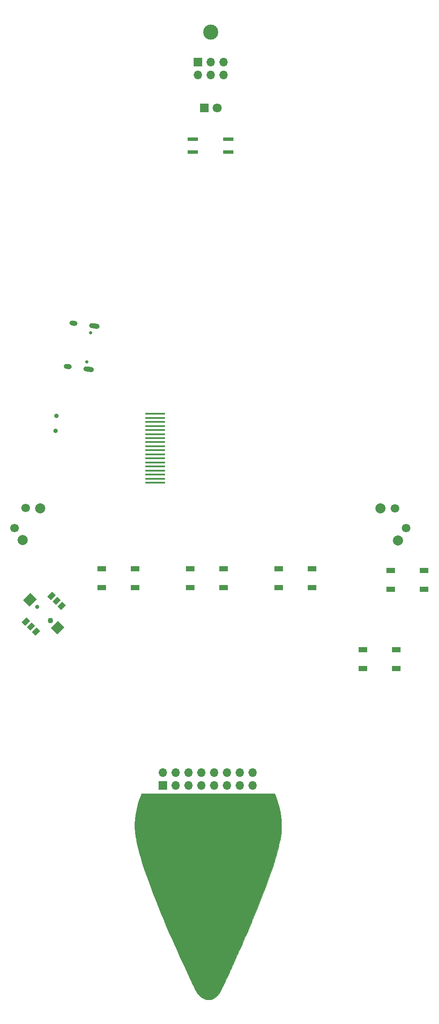
<source format=gbr>
%TF.GenerationSoftware,KiCad,Pcbnew,(5.1.10-1-10_14)*%
%TF.CreationDate,2021-08-27T15:48:04+02:00*%
%TF.ProjectId,OOO2021_Badge,4f4f4f32-3032-4315-9f42-616467652e6b,rev?*%
%TF.SameCoordinates,Original*%
%TF.FileFunction,Soldermask,Top*%
%TF.FilePolarity,Negative*%
%FSLAX46Y46*%
G04 Gerber Fmt 4.6, Leading zero omitted, Abs format (unit mm)*
G04 Created by KiCad (PCBNEW (5.1.10-1-10_14)) date 2021-08-27 15:48:04*
%MOMM*%
%LPD*%
G01*
G04 APERTURE LIST*
%ADD10C,0.010000*%
%ADD11R,2.000000X0.800000*%
%ADD12C,0.100000*%
%ADD13C,1.100000*%
%ADD14C,0.800000*%
%ADD15O,1.700000X1.700000*%
%ADD16R,1.700000X1.700000*%
%ADD17C,1.800000*%
%ADD18R,1.800000X1.800000*%
%ADD19C,3.000000*%
%ADD20R,4.000000X0.400000*%
%ADD21C,0.650000*%
%ADD22C,0.900000*%
%ADD23R,1.700000X1.000000*%
%ADD24C,2.000000*%
%ADD25C,1.700000*%
G04 APERTURE END LIST*
D10*
%TO.C,W1*%
G36*
X106285206Y-202849042D02*
G01*
X106583188Y-203627556D01*
X106839432Y-204412580D01*
X107054131Y-205204779D01*
X107227474Y-206004821D01*
X107289978Y-206355210D01*
X107398742Y-207095214D01*
X107474263Y-207812454D01*
X107516515Y-208506264D01*
X107525473Y-209175978D01*
X107501110Y-209820930D01*
X107448542Y-210397787D01*
X107375560Y-210935334D01*
X107279723Y-211508434D01*
X107161053Y-212117022D01*
X107019574Y-212761029D01*
X106855306Y-213440391D01*
X106668273Y-214155040D01*
X106458496Y-214904910D01*
X106225997Y-215689934D01*
X105970799Y-216510046D01*
X105692924Y-217365179D01*
X105392393Y-218255267D01*
X105069229Y-219180244D01*
X104723455Y-220140042D01*
X104355091Y-221134596D01*
X103964161Y-222163839D01*
X103550687Y-223227704D01*
X103114690Y-224326124D01*
X102656193Y-225459035D01*
X102175218Y-226626368D01*
X101671787Y-227828057D01*
X101549666Y-228116750D01*
X101206835Y-228920722D01*
X100845974Y-229757407D01*
X100469140Y-230622253D01*
X100078391Y-231510710D01*
X99675785Y-232418225D01*
X99263381Y-233340249D01*
X98843236Y-234272230D01*
X98417407Y-235209616D01*
X97987954Y-236147858D01*
X97556933Y-237082404D01*
X97126403Y-238008702D01*
X96698422Y-238922202D01*
X96275047Y-239818352D01*
X95945773Y-240509833D01*
X95872645Y-240664387D01*
X95801615Y-240817355D01*
X95735938Y-240961518D01*
X95678866Y-241089653D01*
X95633653Y-241194541D01*
X95603552Y-241268960D01*
X95602471Y-241271833D01*
X95560140Y-241377258D01*
X95505734Y-241501834D01*
X95447327Y-241627482D01*
X95408711Y-241705750D01*
X95225355Y-242029044D01*
X95022689Y-242317388D01*
X94801757Y-242570028D01*
X94563602Y-242786209D01*
X94309266Y-242965177D01*
X94039793Y-243106178D01*
X93756225Y-243208458D01*
X93459606Y-243271262D01*
X93214250Y-243292555D01*
X93109751Y-243295177D01*
X93016467Y-243295902D01*
X92944994Y-243294748D01*
X92907334Y-243291996D01*
X92859711Y-243284034D01*
X92786435Y-243272014D01*
X92706250Y-243259003D01*
X92425055Y-243193095D01*
X92144944Y-243087871D01*
X91869518Y-242946272D01*
X91602379Y-242771241D01*
X91347127Y-242565718D01*
X91107365Y-242332647D01*
X90886693Y-242074969D01*
X90688713Y-241795625D01*
X90517025Y-241497558D01*
X90493929Y-241451750D01*
X90466906Y-241396170D01*
X90423039Y-241304647D01*
X90363455Y-241179568D01*
X90289280Y-241023319D01*
X90201641Y-240838287D01*
X90101667Y-240626858D01*
X89990484Y-240391418D01*
X89869219Y-240134354D01*
X89739000Y-239858053D01*
X89600955Y-239564900D01*
X89456209Y-239257282D01*
X89305891Y-238937586D01*
X89219149Y-238753000D01*
X88587364Y-237401450D01*
X87972919Y-236073186D01*
X87375990Y-234768672D01*
X86796757Y-233488374D01*
X86235397Y-232232757D01*
X85692087Y-231002287D01*
X85167006Y-229797430D01*
X84660330Y-228618651D01*
X84172239Y-227466416D01*
X83702909Y-226341190D01*
X83252518Y-225243439D01*
X82821245Y-224173628D01*
X82409267Y-223132224D01*
X82016761Y-222119690D01*
X81643905Y-221136494D01*
X81290878Y-220183100D01*
X80957857Y-219259975D01*
X80645019Y-218367583D01*
X80352543Y-217506391D01*
X80080606Y-216676863D01*
X79829385Y-215879465D01*
X79599060Y-215114664D01*
X79389807Y-214382924D01*
X79201804Y-213684711D01*
X79035229Y-213020490D01*
X78890260Y-212390728D01*
X78767075Y-211795890D01*
X78665851Y-211236440D01*
X78631810Y-211024361D01*
X78589588Y-210740471D01*
X78555717Y-210486935D01*
X78529235Y-210252810D01*
X78509177Y-210027154D01*
X78494581Y-209799025D01*
X78484484Y-209557481D01*
X78477921Y-209291579D01*
X78477580Y-209272421D01*
X78484556Y-208461933D01*
X78533389Y-207651053D01*
X78623676Y-206841880D01*
X78755015Y-206036516D01*
X78927003Y-205237062D01*
X79139238Y-204445619D01*
X79391317Y-203664286D01*
X79682836Y-202895165D01*
X79714852Y-202817292D01*
X79813470Y-202579167D01*
X106174221Y-202579167D01*
X106285206Y-202849042D01*
G37*
X106285206Y-202849042D02*
X106583188Y-203627556D01*
X106839432Y-204412580D01*
X107054131Y-205204779D01*
X107227474Y-206004821D01*
X107289978Y-206355210D01*
X107398742Y-207095214D01*
X107474263Y-207812454D01*
X107516515Y-208506264D01*
X107525473Y-209175978D01*
X107501110Y-209820930D01*
X107448542Y-210397787D01*
X107375560Y-210935334D01*
X107279723Y-211508434D01*
X107161053Y-212117022D01*
X107019574Y-212761029D01*
X106855306Y-213440391D01*
X106668273Y-214155040D01*
X106458496Y-214904910D01*
X106225997Y-215689934D01*
X105970799Y-216510046D01*
X105692924Y-217365179D01*
X105392393Y-218255267D01*
X105069229Y-219180244D01*
X104723455Y-220140042D01*
X104355091Y-221134596D01*
X103964161Y-222163839D01*
X103550687Y-223227704D01*
X103114690Y-224326124D01*
X102656193Y-225459035D01*
X102175218Y-226626368D01*
X101671787Y-227828057D01*
X101549666Y-228116750D01*
X101206835Y-228920722D01*
X100845974Y-229757407D01*
X100469140Y-230622253D01*
X100078391Y-231510710D01*
X99675785Y-232418225D01*
X99263381Y-233340249D01*
X98843236Y-234272230D01*
X98417407Y-235209616D01*
X97987954Y-236147858D01*
X97556933Y-237082404D01*
X97126403Y-238008702D01*
X96698422Y-238922202D01*
X96275047Y-239818352D01*
X95945773Y-240509833D01*
X95872645Y-240664387D01*
X95801615Y-240817355D01*
X95735938Y-240961518D01*
X95678866Y-241089653D01*
X95633653Y-241194541D01*
X95603552Y-241268960D01*
X95602471Y-241271833D01*
X95560140Y-241377258D01*
X95505734Y-241501834D01*
X95447327Y-241627482D01*
X95408711Y-241705750D01*
X95225355Y-242029044D01*
X95022689Y-242317388D01*
X94801757Y-242570028D01*
X94563602Y-242786209D01*
X94309266Y-242965177D01*
X94039793Y-243106178D01*
X93756225Y-243208458D01*
X93459606Y-243271262D01*
X93214250Y-243292555D01*
X93109751Y-243295177D01*
X93016467Y-243295902D01*
X92944994Y-243294748D01*
X92907334Y-243291996D01*
X92859711Y-243284034D01*
X92786435Y-243272014D01*
X92706250Y-243259003D01*
X92425055Y-243193095D01*
X92144944Y-243087871D01*
X91869518Y-242946272D01*
X91602379Y-242771241D01*
X91347127Y-242565718D01*
X91107365Y-242332647D01*
X90886693Y-242074969D01*
X90688713Y-241795625D01*
X90517025Y-241497558D01*
X90493929Y-241451750D01*
X90466906Y-241396170D01*
X90423039Y-241304647D01*
X90363455Y-241179568D01*
X90289280Y-241023319D01*
X90201641Y-240838287D01*
X90101667Y-240626858D01*
X89990484Y-240391418D01*
X89869219Y-240134354D01*
X89739000Y-239858053D01*
X89600955Y-239564900D01*
X89456209Y-239257282D01*
X89305891Y-238937586D01*
X89219149Y-238753000D01*
X88587364Y-237401450D01*
X87972919Y-236073186D01*
X87375990Y-234768672D01*
X86796757Y-233488374D01*
X86235397Y-232232757D01*
X85692087Y-231002287D01*
X85167006Y-229797430D01*
X84660330Y-228618651D01*
X84172239Y-227466416D01*
X83702909Y-226341190D01*
X83252518Y-225243439D01*
X82821245Y-224173628D01*
X82409267Y-223132224D01*
X82016761Y-222119690D01*
X81643905Y-221136494D01*
X81290878Y-220183100D01*
X80957857Y-219259975D01*
X80645019Y-218367583D01*
X80352543Y-217506391D01*
X80080606Y-216676863D01*
X79829385Y-215879465D01*
X79599060Y-215114664D01*
X79389807Y-214382924D01*
X79201804Y-213684711D01*
X79035229Y-213020490D01*
X78890260Y-212390728D01*
X78767075Y-211795890D01*
X78665851Y-211236440D01*
X78631810Y-211024361D01*
X78589588Y-210740471D01*
X78555717Y-210486935D01*
X78529235Y-210252810D01*
X78509177Y-210027154D01*
X78494581Y-209799025D01*
X78484484Y-209557481D01*
X78477921Y-209291579D01*
X78477580Y-209272421D01*
X78484556Y-208461933D01*
X78533389Y-207651053D01*
X78623676Y-206841880D01*
X78755015Y-206036516D01*
X78927003Y-205237062D01*
X79139238Y-204445619D01*
X79391317Y-203664286D01*
X79682836Y-202895165D01*
X79714852Y-202817292D01*
X79813470Y-202579167D01*
X106174221Y-202579167D01*
X106285206Y-202849042D01*
%TD*%
D11*
%TO.C,U4*%
X97000000Y-73230000D03*
X97000000Y-75770000D03*
X90000000Y-75770000D03*
X90000000Y-73230000D03*
%TD*%
D12*
%TO.C,U14*%
G36*
X63137005Y-171101219D02*
G01*
X61864213Y-169828427D01*
X63278427Y-168414213D01*
X64551219Y-169687005D01*
X63137005Y-171101219D01*
G37*
G36*
X57621573Y-165585787D02*
G01*
X56348781Y-164312995D01*
X57762995Y-162898781D01*
X59035787Y-164171573D01*
X57621573Y-165585787D01*
G37*
G36*
X61881891Y-164295316D02*
G01*
X61174785Y-163588210D01*
X62129379Y-162633616D01*
X62836485Y-163340722D01*
X61881891Y-164295316D01*
G37*
G36*
X62871840Y-165285266D02*
G01*
X62164734Y-164578160D01*
X63119328Y-163623566D01*
X63826434Y-164330672D01*
X62871840Y-165285266D01*
G37*
G36*
X63861790Y-166275215D02*
G01*
X63154684Y-165568109D01*
X64109278Y-164613515D01*
X64816384Y-165320621D01*
X63861790Y-166275215D01*
G37*
G36*
X58770621Y-171366384D02*
G01*
X58063515Y-170659278D01*
X59018109Y-169704684D01*
X59725215Y-170411790D01*
X58770621Y-171366384D01*
G37*
G36*
X57780672Y-170376434D02*
G01*
X57073566Y-169669328D01*
X58028160Y-168714734D01*
X58735266Y-169421840D01*
X57780672Y-170376434D01*
G37*
G36*
X56790722Y-169386485D02*
G01*
X56083616Y-168679379D01*
X57038210Y-167724785D01*
X57745316Y-168431891D01*
X56790722Y-169386485D01*
G37*
D13*
X61793503Y-168343503D03*
D14*
X59106497Y-165656497D03*
%TD*%
D15*
%TO.C,J5*%
X96080000Y-60540000D03*
X96080000Y-58000000D03*
X93540000Y-60540000D03*
X93540000Y-58000000D03*
X91000000Y-60540000D03*
D16*
X91000000Y-58000000D03*
%TD*%
D17*
%TO.C,D10*%
X94790000Y-67000000D03*
D18*
X92250000Y-67000000D03*
%TD*%
D19*
%TO.C,H1*%
X93500000Y-52000000D03*
%TD*%
D20*
%TO.C,LCD1*%
X82500000Y-141100000D03*
X82500000Y-140300000D03*
X82500000Y-127500000D03*
X82500000Y-128300000D03*
X82500000Y-139500000D03*
X82500000Y-138700000D03*
X82500000Y-137900000D03*
X82500000Y-137100000D03*
X82500000Y-136300000D03*
X82500000Y-135500000D03*
X82500000Y-129100000D03*
X82500000Y-129900000D03*
X82500000Y-130700000D03*
X82500000Y-131500000D03*
X82500000Y-132300000D03*
X82500000Y-133100000D03*
X82500000Y-134700000D03*
X82500000Y-133900000D03*
%TD*%
%TO.C,J1*%
G36*
G01*
X66555026Y-110114786D02*
X65960160Y-110036470D01*
G75*
G02*
X65529701Y-109475485I65263J495722D01*
G01*
X65529701Y-109475485D01*
G75*
G02*
X66090686Y-109045026I495722J-65263D01*
G01*
X66685552Y-109123342D01*
G75*
G02*
X67116011Y-109684327I-65263J-495722D01*
G01*
X67116011Y-109684327D01*
G75*
G02*
X66555026Y-110114786I-495722J65263D01*
G01*
G37*
D21*
X69754977Y-111474092D03*
G36*
G01*
X65427280Y-118680869D02*
X64832414Y-118602553D01*
G75*
G02*
X64401955Y-118041568I65263J495722D01*
G01*
X64401955Y-118041568D01*
G75*
G02*
X64962940Y-117611109I495722J-65263D01*
G01*
X65557806Y-117689425D01*
G75*
G02*
X65988265Y-118250410I-65263J-495722D01*
G01*
X65988265Y-118250410D01*
G75*
G02*
X65427280Y-118680869I-495722J65263D01*
G01*
G37*
X69000536Y-117204644D03*
G36*
G01*
X69819381Y-119259100D02*
X68728791Y-119115522D01*
G75*
G02*
X68298332Y-118554537I65263J495722D01*
G01*
X68298332Y-118554537D01*
G75*
G02*
X68859317Y-118124078I495722J-65263D01*
G01*
X69949907Y-118267656D01*
G75*
G02*
X70380366Y-118828641I-65263J-495722D01*
G01*
X70380366Y-118828641D01*
G75*
G02*
X69819381Y-119259100I-495722J65263D01*
G01*
G37*
G36*
G01*
X70947128Y-110693016D02*
X69856538Y-110549438D01*
G75*
G02*
X69426079Y-109988453I65263J495722D01*
G01*
X69426079Y-109988453D01*
G75*
G02*
X69987064Y-109557994I495722J-65263D01*
G01*
X71077654Y-109701572D01*
G75*
G02*
X71508113Y-110262557I-65263J-495722D01*
G01*
X71508113Y-110262557D01*
G75*
G02*
X70947128Y-110693016I-495722J65263D01*
G01*
G37*
%TD*%
D22*
%TO.C,SW3*%
X62929258Y-127873271D03*
X62772250Y-130869160D03*
%TD*%
D15*
%TO.C,J8*%
X101780000Y-198460000D03*
X101780000Y-201000000D03*
X99240000Y-198460000D03*
X99240000Y-201000000D03*
X96700000Y-198460000D03*
X96700000Y-201000000D03*
X94160000Y-198460000D03*
X94160000Y-201000000D03*
X91620000Y-198460000D03*
X91620000Y-201000000D03*
X89080000Y-198460000D03*
X89080000Y-201000000D03*
X86540000Y-198460000D03*
X86540000Y-201000000D03*
X84000000Y-198460000D03*
D16*
X84000000Y-201000000D03*
%TD*%
D23*
%TO.C,SW8*%
X96050000Y-161850000D03*
X89450000Y-161850000D03*
X96050000Y-158150000D03*
X89450000Y-158151000D03*
%TD*%
%TO.C,SW7*%
X113550000Y-161850000D03*
X106950000Y-161850000D03*
X113550000Y-158150000D03*
X106950000Y-158151000D03*
%TD*%
%TO.C,SW6*%
X78550000Y-161850000D03*
X71950000Y-161850000D03*
X78550000Y-158150000D03*
X71950000Y-158151000D03*
%TD*%
%TO.C,SW5*%
X130300000Y-177850000D03*
X123700000Y-177850000D03*
X130300000Y-174150000D03*
X123700000Y-174151000D03*
%TD*%
%TO.C,SW4*%
X135800000Y-162200000D03*
X129200000Y-162200000D03*
X135800000Y-158500000D03*
X129200000Y-158501000D03*
%TD*%
D24*
%TO.C,SW10*%
X127143918Y-146217077D03*
X130634548Y-152514339D03*
D25*
X132201589Y-150102186D03*
X130019945Y-146166397D03*
%TD*%
D24*
%TO.C,SW9*%
X56265452Y-152464339D03*
X59756082Y-146167077D03*
D25*
X56880055Y-146116397D03*
X54698411Y-150052186D03*
%TD*%
M02*

</source>
